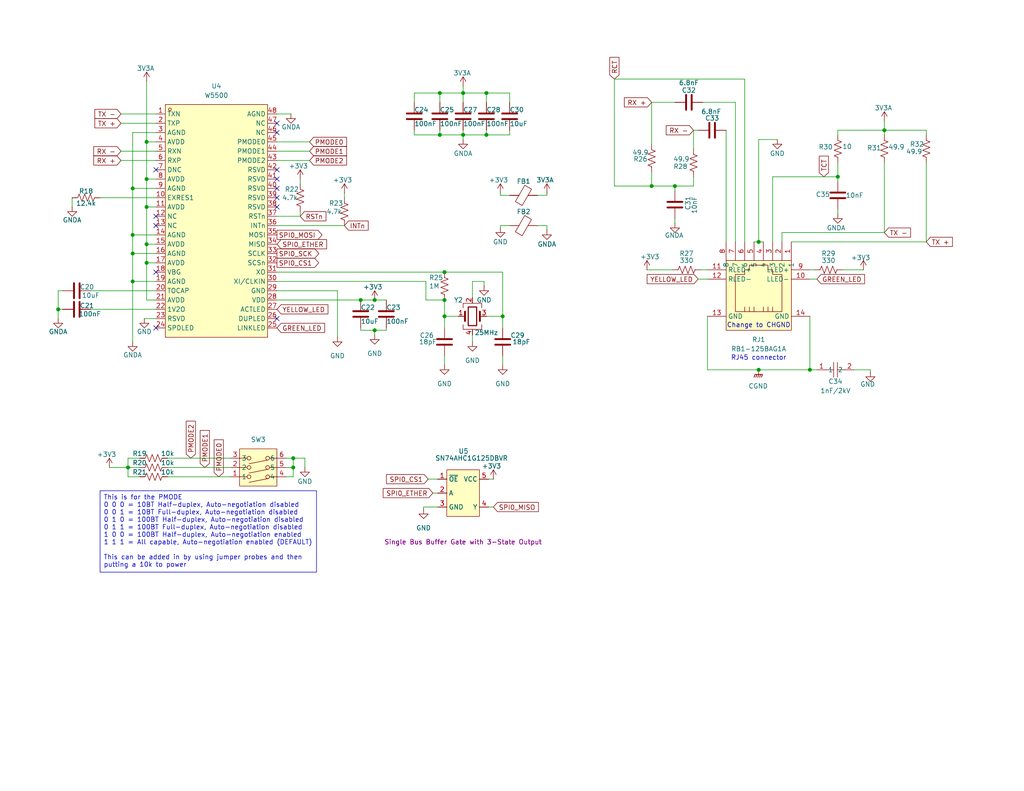
<source format=kicad_sch>
(kicad_sch (version 20250114) (generator "eeschema") (generator_version "9.0")
  (paper "USLetter")
  (title_block (date "2025-04-01") (rev "1") (company "Bronco Space") (comment 1 "SCALES") (comment 2 "By John Pollak"))
  (lib_symbols
    (symbol "Device:C" (pin_numbers (hide yes)) (pin_names (offset 0.254))
      (property "Reference" "C" (at 0.635 2.54 0))
      (property "Value" "C" (at 0.635 -2.54 0))
      (symbol "C_0_1"
        (polyline (pts (xy -2.032 0.762) (xy 2.032 0.762)) (stroke (width 0.508)))
        (polyline (pts (xy -2.032 -0.762) (xy 2.032 -0.762)) (stroke (width 0.508)))
      )
      (symbol "C_1_1"
        (pin passive line (at 0 3.81 270) (length 2.794) (name "~") (number "1"))
        (pin passive line (at 0 -3.81 90) (length 2.794) (name "~") (number "2"))
      )
    )
    (symbol "Device:Crystal_GND24" (pin_names (offset 1.016) (hide yes))
      (property "Reference" "Y" (at 3.175 5.08 0))
      (property "Value" "Crystal_GND24" (at 3.175 3.175 0))
      (symbol "Crystal_GND24_0_1"
        (polyline (pts (xy -2.54 2.286) (xy -2.54 3.556) (xy 2.54 3.556) (xy 2.54 2.286)))
        (polyline (pts (xy -2.54 0) (xy -2.032 0)))
        (polyline (pts (xy -2.54 -2.286) (xy -2.54 -3.556) (xy 2.54 -3.556) (xy 2.54 -2.286)))
        (polyline (pts (xy -2.032 -1.27) (xy -2.032 1.27)) (stroke (width 0.508)))
        (rectangle (start -1.143 2.54) (end 1.143 -2.54) (stroke (width 0.3048)))
        (polyline (pts (xy 0 3.556) (xy 0 3.81)))
        (polyline (pts (xy 0 -3.81) (xy 0 -3.556)))
        (polyline (pts (xy 2.032 0) (xy 2.54 0)))
        (polyline (pts (xy 2.032 -1.27) (xy 2.032 1.27)) (stroke (width 0.508)))
      )
      (symbol "Crystal_GND24_1_1"
        (pin passive line (at -3.81 0 0) (length 1.27) (name "1") (number "1"))
        (pin passive line (at 0 5.08 270) (length 1.27) (name "2") (number "2"))
        (pin passive line (at 0 -5.08 90) (length 1.27) (name "4") (number "4"))
        (pin passive line (at 3.81 0 180) (length 1.27) (name "3") (number "3"))
      )
    )
    (symbol "Device:FerriteBead" (pin_numbers (hide yes)) (pin_names (offset 0))
      (property "Reference" "FB" (at -3.81 0.635 90))
      (property "Value" "FerriteBead" (at 3.81 0 90))
      (symbol "FerriteBead_0_1"
        (polyline (pts (xy -2.7686 0.4064) (xy -1.7018 2.2606) (xy 2.7686 -0.3048) (xy 1.6764 -2.159) (xy -2.7686 0.4064)))
        (polyline (pts (xy 0 1.27) (xy 0 1.2954)))
        (polyline (pts (xy 0 -1.27) (xy 0 -1.2192)))
      )
      (symbol "FerriteBead_1_1"
        (pin passive line (at 0 3.81 270) (length 2.54) (name "~") (number "1"))
        (pin passive line (at 0 -3.81 90) (length 2.54) (name "~") (number "2"))
      )
    )
    (symbol "Device:R_US" (pin_numbers (hide yes)) (pin_names (offset 0))
      (property "Reference" "R" (at 2.54 0 90))
      (property "Value" "R_US" (at -2.54 0 90))
      (symbol "R_US_0_1"
        (polyline (pts (xy 0 2.286) (xy 0 2.54)))
        (polyline (pts (xy 0 2.286) (xy 1.016 1.905) (xy 0 1.524) (xy -1.016 1.143) (xy 0 0.762)))
        (polyline (pts (xy 0 0.762) (xy 1.016 0.381) (xy 0 0) (xy -1.016 -0.381) (xy 0 -0.762)))
        (polyline (pts (xy 0 -0.762) (xy 1.016 -1.143) (xy 0 -1.524) (xy -1.016 -1.905) (xy 0 -2.286)))
        (polyline (pts (xy 0 -2.286) (xy 0 -2.54)))
      )
      (symbol "R_US_1_1"
        (pin passive line (at 0 3.81 270) (length 1.27) (name "~") (number "1"))
        (pin passive line (at 0 -3.81 90) (length 1.27) (name "~") (number "2"))
      )
    )
    (symbol "SCALES:3_Pin_Dip_Switch_DSWB03LHGET_C25503178"
      (property "Reference" "SW" (at -7.366 0 0))
      (property "Value" "3_Pin_Dip_Switch_DSWB03LHGET_C25503178" (at 0 -18.542 0))
      (symbol "3_Pin_Dip_Switch_DSWB03LHGET_C25503178_0_1"
        (rectangle (start -5.08 5.08) (end 5.08 -5.08) (fill (type background)))
        (polyline (pts (xy -3.05 -2.54) (xy -4.06 2.54)))
        (polyline (pts (xy -2.54 3.05) (xy -2.54 5.08)))
        (circle (center -2.54 2.54) (radius 0.51))
        (circle (center -2.54 -2.54) (radius 0.51))
        (polyline (pts (xy -2.54 -3.05) (xy -2.54 -5.08)))
        (polyline (pts (xy -0.51 -2.54) (xy -1.52 2.54)))
        (polyline (pts (xy 0 3.05) (xy 0 5.08)))
        (circle (center 0 2.54) (radius 0.51))
        (circle (center 0 -2.54) (radius 0.51))
        (polyline (pts (xy 0 -3.05) (xy 0 -5.08)))
        (polyline (pts (xy 2.03 -2.54) (xy 1.02 2.54)))
        (polyline (pts (xy 2.54 3.05) (xy 2.54 5.08)))
        (circle (center 2.54 2.54) (radius 0.51))
        (circle (center 2.54 -2.54) (radius 0.51))
        (polyline (pts (xy 2.54 -3.05) (xy 2.54 -5.08)))
        (pin unspecified line (at -2.54 7.62 270) (length 2.54) (name "1") (number "1"))
        (pin unspecified line (at -2.54 -7.62 90) (length 2.54) (name "4") (number "4"))
        (pin unspecified line (at 0 7.62 270) (length 2.54) (name "2") (number "2"))
        (pin unspecified line (at 0 -7.62 90) (length 2.54) (name "5") (number "5"))
        (pin unspecified line (at 2.54 7.62 270) (length 2.54) (name "3") (number "3"))
        (pin unspecified line (at 2.54 -7.62 90) (length 2.54) (name "6") (number "6"))
      )
    )
    (symbol "SCALES:FV32N102J202EFG"
      (property "Reference" "C" (at 0 5.08 0))
      (property "Value" "1nF/2kV" (at 0 -5.08 0))
      (symbol "FV32N102J202EFG_0_1"
        (polyline (pts (xy -0.51 0) (xy -2.54 0)))
        (polyline (pts (xy -0.51 -2.03) (xy -0.51 2.03)))
        (polyline (pts (xy 0.51 2.03) (xy 0.51 -2.03)))
        (polyline (pts (xy 2.54 0) (xy 0.51 0)))
        (pin unspecified line (at -5.08 0 0) (length 2.54) (name "1") (number "1"))
        (pin unspecified line (at 5.08 0 180) (length 2.54) (name "2") (number "2"))
      )
    )
    (symbol "SCALES:SN74AHC1G125DBVR"
      (property "Reference" "U" (at 0.254 7.62 0))
      (property "Value" "SN74AHC1G125DBVR" (at 0 -10.16 0))
      (symbol "SN74AHC1G125DBVR_0_1"
        (rectangle (start -3.81 6.35) (end 5.08 -6.35) (fill (type background)))
        (pin unspecified line (at -6.35 0 0) (length 2.54) (name "A") (number "2"))
        (pin unspecified line (at -6.35 -3.81 0) (length 2.54) (name "GND") (number "3"))
        (pin unspecified line (at 7.62 3.81 180) (length 2.54) (name "VCC") (number "5"))
        (pin unspecified line (at 7.62 -3.81 180) (length 2.54) (name "Y") (number "4"))
      )
      (symbol "SN74AHC1G125DBVR_1_1"
        (pin unspecified line (at -6.35 3.81 0) (length 2.54) (name "~{OE}") (number "1"))
      )
    )
    (symbol "easyeda2kicad:RB1-125BAG1A"
      (property "Reference" "RJ" (at 0 12.7 0))
      (property "Value" "RB1-125BAG1A" (at 0 -17.78 0))
      (symbol "RB1-125BAG1A_0_1"
        (rectangle (start -7.62 11.43) (end 10.16 -7.62) (fill (type background)))
        (polyline (pts (xy -2.54 6.35) (xy -2.54 5.08) (xy -2.54 5.08)))
        (polyline (pts (xy -1.27 6.35) (xy -1.27 5.08) (xy -1.27 5.08)))
        (polyline (pts (xy 0 6.35) (xy 0 5.08) (xy 0 5.08)))
        (polyline (pts (xy 2.54 6.35) (xy 2.54 5.08) (xy 2.54 5.08)))
        (polyline (pts (xy 3.81 6.35) (xy 3.81 5.08) (xy 3.81 5.08)))
        (polyline (pts (xy 5.08 6.35) (xy 5.08 5.08) (xy 5.08 5.08)))
        (polyline (pts (xy 7.62 6.35) (xy -5.08 6.35) (xy -5.08 -3.81) (xy -2.54 -3.81) (xy -2.54 -5.08) (xy -1.27 -5.08) (xy -1.27 -5.08) (xy -1.27 -6.35) (xy 3.81 -6.35) (xy 3.81 -5.08) (xy 5.08 -5.08) (xy 5.08 -3.81) (xy 7.62 -3.81) (xy 7.62 6.35) (xy 7.62 5.08)))
        (pin unspecified line (at -12.7 7.62 0) (length 5.08) (name "GND") (number "14"))
        (pin unspecified line (at -12.7 -2.54 0) (length 5.08) (name "LLED-") (number "10"))
        (pin unspecified line (at -12.7 -5.08 0) (length 5.08) (name "LLED+") (number "9"))
        (pin unspecified line (at -7.62 -12.7 90) (length 5.08) (name "1") (number "1"))
        (pin unspecified line (at -5.08 -12.7 90) (length 5.08) (name "2") (number "2"))
        (pin unspecified line (at -2.54 -12.7 90) (length 5.08) (name "3") (number "3"))
        (pin unspecified line (at 0 -12.7 90) (length 5.08) (name "4") (number "4"))
        (pin unspecified line (at 2.54 -12.7 90) (length 5.08) (name "5") (number "5"))
        (pin unspecified line (at 5.08 -12.7 90) (length 5.08) (name "6") (number "6"))
        (pin unspecified line (at 7.62 -12.7 90) (length 5.08) (name "7") (number "7"))
        (pin unspecified line (at 10.16 -12.7 90) (length 5.08) (name "8") (number "8"))
        (pin unspecified line (at 15.24 7.62 180) (length 5.08) (name "GND") (number "13"))
        (pin unspecified line (at 15.24 -2.54 180) (length 5.08) (name "RLED-") (number "12"))
        (pin unspecified line (at 15.24 -5.08 180) (length 5.08) (name "RLED+") (number "11"))
      )
    )
    (symbol "easyeda2kicad:W5500"
      (property "Reference" "U" (at 0 34.29 0))
      (property "Value" "W5500" (at 0 -34.29 0))
      (symbol "W5500_0_1"
        (rectangle (start -13.97 31.75) (end 13.97 -31.75) (fill (type background)))
        (circle (center -12.7 30.48) (radius 0.38))
        (pin unspecified line (at -16.51 29.21 0) (length 2.54) (name "TXN") (number "1"))
        (pin unspecified line (at -16.51 26.67 0) (length 2.54) (name "TXP") (number "2"))
        (pin unspecified line (at -16.51 24.13 0) (length 2.54) (name "AGND") (number "3"))
        (pin unspecified line (at -16.51 21.59 0) (length 2.54) (name "AVDD") (number "4"))
        (pin unspecified line (at -16.51 19.05 0) (length 2.54) (name "RXN") (number "5"))
        (pin unspecified line (at -16.51 16.51 0) (length 2.54) (name "RXP") (number "6"))
        (pin unspecified line (at -16.51 13.97 0) (length 2.54) (name "DNC") (number "7"))
        (pin unspecified line (at -16.51 11.43 0) (length 2.54) (name "AVDD") (number "8"))
        (pin unspecified line (at -16.51 8.89 0) (length 2.54) (name "AGND") (number "9"))
        (pin unspecified line (at -16.51 6.35 0) (length 2.54) (name "EXRES1") (number "10"))
        (pin unspecified line (at -16.51 3.81 0) (length 2.54) (name "AVDD") (number "11"))
        (pin unspecified line (at -16.51 1.27 0) (length 2.54) (name "NC") (number "12"))
        (pin unspecified line (at -16.51 -1.27 0) (length 2.54) (name "NC") (number "13"))
        (pin unspecified line (at -16.51 -3.81 0) (length 2.54) (name "AGND") (number "14"))
        (pin unspecified line (at -16.51 -6.35 0) (length 2.54) (name "AVDD") (number "15"))
        (pin unspecified line (at -16.51 -8.89 0) (length 2.54) (name "AGND") (number "16"))
        (pin unspecified line (at -16.51 -11.43 0) (length 2.54) (name "AVDD") (number "17"))
        (pin unspecified line (at -16.51 -13.97 0) (length 2.54) (name "VBG") (number "18"))
        (pin unspecified line (at -16.51 -16.51 0) (length 2.54) (name "AGND") (number "19"))
        (pin unspecified line (at -16.51 -19.05 0) (length 2.54) (name "TOCAP") (number "20"))
        (pin unspecified line (at -16.51 -21.59 0) (length 2.54) (name "AVDD") (number "21"))
        (pin unspecified line (at -16.51 -24.13 0) (length 2.54) (name "1V2O") (number "22"))
        (pin unspecified line (at -16.51 -26.67 0) (length 2.54) (name "RSVD") (number "23"))
        (pin unspecified line (at -16.51 -29.21 0) (length 2.54) (name "SPDLED") (number "24"))
        (pin unspecified line (at 16.51 29.21 180) (length 2.54) (name "AGND") (number "48"))
        (pin unspecified line (at 16.51 26.67 180) (length 2.54) (name "NC") (number "47"))
        (pin unspecified line (at 16.51 24.13 180) (length 2.54) (name "NC") (number "46"))
        (pin unspecified line (at 16.51 21.59 180) (length 2.54) (name "PMODE0") (number "45"))
        (pin unspecified line (at 16.51 19.05 180) (length 2.54) (name "PMODE1") (number "44"))
        (pin unspecified line (at 16.51 16.51 180) (length 2.54) (name "PMODE2") (number "43"))
        (pin unspecified line (at 16.51 13.97 180) (length 2.54) (name "RSVD") (number "42"))
        (pin unspecified line (at 16.51 11.43 180) (length 2.54) (name "RSVD") (number "41"))
        (pin unspecified line (at 16.51 8.89 180) (length 2.54) (name "RSVD") (number "40"))
        (pin unspecified line (at 16.51 6.35 180) (length 2.54) (name "RSVD") (number "39"))
        (pin unspecified line (at 16.51 3.81 180) (length 2.54) (name "RSVD") (number "38"))
        (pin unspecified line (at 16.51 1.27 180) (length 2.54) (name "RSTn") (number "37"))
        (pin unspecified line (at 16.51 -1.27 180) (length 2.54) (name "INTn") (number "36"))
        (pin unspecified line (at 16.51 -3.81 180) (length 2.54) (name "MOSI") (number "35"))
        (pin unspecified line (at 16.51 -6.35 180) (length 2.54) (name "MISO") (number "34"))
        (pin unspecified line (at 16.51 -8.89 180) (length 2.54) (name "SCLK") (number "33"))
        (pin unspecified line (at 16.51 -11.43 180) (length 2.54) (name "SCSn") (number "32"))
        (pin unspecified line (at 16.51 -13.97 180) (length 2.54) (name "XO") (number "31"))
        (pin unspecified line (at 16.51 -16.51 180) (length 2.54) (name "XI/CLKIN") (number "30"))
        (pin unspecified line (at 16.51 -19.05 180) (length 2.54) (name "GND") (number "29"))
        (pin unspecified line (at 16.51 -21.59 180) (length 2.54) (name "VDD") (number "28"))
        (pin unspecified line (at 16.51 -24.13 180) (length 2.54) (name "ACTLED") (number "27"))
        (pin unspecified line (at 16.51 -26.67 180) (length 2.54) (name "DUPLED") (number "26"))
        (pin unspecified line (at 16.51 -29.21 180) (length 2.54) (name "LINKLED") (number "25"))
      )
    )
    (symbol "power:+3V3" (power) (pin_numbers (hide yes)) (pin_names (offset 0) (hide yes))
      (property "Value" "+3V3" (at 0 3.556 0))
      (symbol "+3V3_0_1"
        (polyline (pts (xy -0.762 1.27) (xy 0 2.54)))
        (polyline (pts (xy 0 2.54) (xy 0.762 1.27)))
        (polyline (pts (xy 0 0) (xy 0 2.54)))
      )
      (symbol "+3V3_1_1"
        (pin power_in line (at 0 0 90) (length 0) (name "~") (number "1"))
      )
    )
    (symbol "power:GND" (power) (pin_numbers (hide yes)) (pin_names (offset 0) (hide yes))
      (property "Value" "GND" (at 0 -3.81 0))
      (symbol "GND_0_1"
        (polyline (pts (xy 0 0) (xy 0 -1.27) (xy 1.27 -1.27) (xy 0 -2.54) (xy -1.27 -1.27) (xy 0 -1.27)))
      )
      (symbol "GND_1_1"
        (pin power_in line (at 0 0 270) (length 0) (name "~") (number "1"))
      )
    )
    (symbol "power:GNDPWR" (power) (pin_numbers (hide yes)) (pin_names (offset 0) (hide yes))
      (property "Value" "GNDPWR" (at 0 -3.302 0))
      (symbol "GNDPWR_0_1"
        (polyline (pts (xy -1.016 -1.27) (xy -1.27 -2.032) (xy -1.27 -2.032)) (stroke (width 0.2032)))
        (polyline (pts (xy -0.508 -1.27) (xy -0.762 -2.032) (xy -0.762 -2.032)) (stroke (width 0.2032)))
        (polyline (pts (xy 0 -1.27) (xy 0 0)))
        (polyline (pts (xy 0 -1.27) (xy -0.254 -2.032) (xy -0.254 -2.032)) (stroke (width 0.2032)))
        (polyline (pts (xy 0.508 -1.27) (xy 0.254 -2.032) (xy 0.254 -2.032)) (stroke (width 0.2032)))
        (polyline (pts (xy 1.016 -1.27) (xy -1.016 -1.27) (xy -1.016 -1.27)) (stroke (width 0.2032)))
        (polyline (pts (xy 1.016 -1.27) (xy 0.762 -2.032) (xy 0.762 -2.032) (xy 0.762 -2.032)) (stroke (width 0.2032)))
      )
      (symbol "GNDPWR_1_1"
        (pin power_in line (at 0 0 270) (length 0) (name "~") (number "1"))
      )
    )
    (symbol "power:VPP" (power) (pin_numbers (hide yes)) (pin_names (offset 0) (hide yes))
      (property "Value" "VPP" (at 0 3.556 0))
      (symbol "VPP_0_1"
        (polyline (pts (xy -0.762 1.27) (xy 0 2.54)))
        (polyline (pts (xy 0 2.54) (xy 0.762 1.27)))
        (polyline (pts (xy 0 0) (xy 0 2.54)))
      )
      (symbol "VPP_1_1"
        (pin power_in line (at 0 0 90) (length 0) (name "~") (number "1"))
      )
    )
  )
  (text "Change to CHGND\n" (at 207.01 88.9 0) (effects (font (size 1.27 1.27))))
  (text "RJ45 connector" (at 207.01 97.79 0) (effects (font (size 1.27 1.27))))
  (text_box "This is for the PMODE\n0 0 0 = 10BT Half-duplex, Auto-negotiation disabled\n0 0 1 = 10BT Full-duplex, Auto-negotiation disabled\n0 1 0 = 100BT Half-duplex, Auto-negotiation disabled\n0 1 1 = 100BT Full-duplex, Auto-negotiation disabled\n1 0 0 = 100BT Half-duplex, Auto-negotiation enabled\n1 1 1 = All capable, Auto-negotiation enabled (DEFAULT)\n\nThis can be added in by using jumper probes and then putting a 10k to power" (at 27.305 133.985 0) (size 59.055 22.225) (margins 0.9525 0.9525 0.9525 0.9525) (effects (font (size 1.27 1.27)) (justify left top)))
  (junction (at 137.16 86.36))
  (junction (at 207.01 66.04))
  (junction (at 228.6 48.26))
  (junction (at 241.3 35.56))
  (junction (at 120.015 36.83))
  (junction (at 120.015 25.4))
  (junction (at 40.005 71.755))
  (junction (at 121.285 81.915))
  (junction (at 36.195 51.435))
  (junction (at 132.715 36.83))
  (junction (at 220.98 100.965))
  (junction (at 40.005 66.675))
  (junction (at 121.285 74.295))
  (junction (at 102.235 90.17))
  (junction (at 36.195 64.135))
  (junction (at 15.875 84.455))
  (junction (at 34.925 127.635))
  (junction (at 126.365 25.4))
  (junction (at 40.005 56.515))
  (junction (at 80.01 125.095))
  (junction (at 121.285 86.36))
  (junction (at 132.715 25.4))
  (junction (at 36.195 69.215))
  (junction (at 40.005 48.895))
  (junction (at 98.425 81.915))
  (junction (at 36.195 76.835))
  (junction (at 126.365 36.83))
  (junction (at 184.15 50.8))
  (junction (at 102.235 81.915))
  (junction (at 207.01 100.965))
  (junction (at 177.8 50.8))
  (junction (at 80.01 127.635))
  (junction (at 40.005 38.735))
  (no_connect (at 75.565 51.435))
  (no_connect (at 75.565 56.515))
  (no_connect (at 75.565 86.995))
  (no_connect (at 42.545 61.595))
  (no_connect (at 42.545 89.535))
  (no_connect (at 75.565 53.975))
  (no_connect (at 42.545 59.055))
  (no_connect (at 75.565 33.655))
  (no_connect (at 75.565 46.355))
  (no_connect (at 42.545 46.355))
  (no_connect (at 75.565 48.895))
  (no_connect (at 75.565 36.195))
  (no_connect (at 42.545 74.295))
  (wire (pts (xy 121.285 99.695) (xy 121.285 97.155)))
  (wire (pts (xy 126.365 23.495) (xy 126.365 25.4)))
  (wire (pts (xy 177.8 27.94) (xy 177.8 39.37)))
  (wire (pts (xy 125.095 86.36) (xy 121.285 86.36)))
  (wire (pts (xy 105.41 90.17) (xy 105.41 89.535)))
  (wire (pts (xy 42.545 81.915) (xy 40.005 81.915)))
  (wire (pts (xy 34.925 127.635) (xy 34.925 130.175)))
  (wire (pts (xy 75.565 31.115) (xy 79.375 31.115)))
  (wire (pts (xy 120.015 36.83) (xy 120.015 35.56)))
  (wire (pts (xy 42.545 56.515) (xy 40.005 56.515)))
  (wire (pts (xy 120.015 25.4) (xy 126.365 25.4)))
  (wire (pts (xy 134.62 138.43) (xy 133.35 138.43)))
  (wire (pts (xy 36.195 51.435) (xy 36.195 64.135)))
  (wire (pts (xy 84.455 41.275) (xy 75.565 41.275)))
  (wire (pts (xy 39.37 86.995) (xy 42.545 86.995)))
  (wire (pts (xy 80.01 125.095) (xy 83.185 125.095)))
  (wire (pts (xy 45.72 130.175) (xy 62.865 130.175)))
  (wire (pts (xy 116.84 130.81) (xy 119.38 130.81)))
  (wire (pts (xy 213.36 63.5) (xy 241.3 63.5)))
  (wire (pts (xy 33.02 33.655) (xy 42.545 33.655)))
  (wire (pts (xy 42.545 69.215) (xy 36.195 69.215)))
  (wire (pts (xy 84.455 38.735) (xy 75.565 38.735)))
  (wire (pts (xy 252.73 66.04) (xy 215.9 66.04)))
  (wire (pts (xy 40.005 66.675) (xy 40.005 56.515)))
  (wire (pts (xy 203.2 66.04) (xy 203.2 21.59)))
  (wire (pts (xy 98.425 81.915) (xy 102.235 81.915)))
  (wire (pts (xy 42.545 66.675) (xy 40.005 66.675)))
  (wire (pts (xy 189.23 50.8) (xy 189.23 48.26)))
  (wire (pts (xy 132.715 36.83) (xy 139.065 36.83)))
  (wire (pts (xy 15.875 84.455) (xy 17.145 84.455)))
  (wire (pts (xy 27.305 53.975) (xy 42.545 53.975)))
  (wire (pts (xy 132.715 27.94) (xy 132.715 25.4)))
  (wire (pts (xy 80.01 127.635) (xy 80.01 130.175)))
  (wire (pts (xy 167.64 50.8) (xy 177.8 50.8)))
  (wire (pts (xy 203.2 21.59) (xy 167.64 21.59)))
  (wire (pts (xy 189.23 35.56) (xy 189.23 40.64)))
  (wire (pts (xy 222.25 73.66) (xy 220.98 73.66)))
  (wire (pts (xy 42.545 76.835) (xy 36.195 76.835)))
  (wire (pts (xy 81.915 48.895) (xy 81.915 50.165)))
  (wire (pts (xy 40.005 22.225) (xy 40.005 38.735)))
  (wire (pts (xy 45.72 127.635) (xy 62.865 127.635)))
  (wire (pts (xy 228.6 35.56) (xy 241.3 35.56)))
  (wire (pts (xy 184.15 50.8) (xy 177.8 50.8)))
  (wire (pts (xy 121.285 86.36) (xy 121.285 89.535)))
  (wire (pts (xy 207.01 100.965) (xy 220.98 100.965)))
  (wire (pts (xy 167.64 21.59) (xy 167.64 50.8)))
  (wire (pts (xy 126.365 25.4) (xy 132.715 25.4)))
  (wire (pts (xy 241.3 35.56) (xy 241.3 36.83)))
  (wire (pts (xy 184.15 59.69) (xy 184.15 60.96)))
  (wire (pts (xy 40.005 66.675) (xy 40.005 71.755)))
  (wire (pts (xy 139.065 61.595) (xy 136.525 61.595)))
  (wire (pts (xy 237.49 100.965) (xy 237.49 101.6)))
  (wire (pts (xy 207.01 38.1) (xy 207.01 66.04)))
  (wire (pts (xy 121.285 74.295) (xy 137.16 74.295)))
  (wire (pts (xy 34.925 125.095) (xy 34.925 127.635)))
  (wire (pts (xy 137.16 86.36) (xy 132.715 86.36)))
  (wire (pts (xy 193.04 86.36) (xy 193.04 100.965)))
  (wire (pts (xy 42.545 48.895) (xy 40.005 48.895)))
  (wire (pts (xy 45.72 125.095) (xy 62.865 125.095)))
  (wire (pts (xy 126.365 38.1) (xy 126.365 36.83)))
  (wire (pts (xy 220.98 100.965) (xy 220.98 86.36)))
  (wire (pts (xy 115.57 138.43) (xy 115.57 139.065)))
  (wire (pts (xy 40.005 48.895) (xy 40.005 38.735)))
  (wire (pts (xy 191.77 27.94) (xy 200.66 27.94)))
  (wire (pts (xy 116.205 81.915) (xy 121.285 81.915)))
  (wire (pts (xy 81.915 59.055) (xy 75.565 59.055)))
  (wire (pts (xy 33.02 43.815) (xy 42.545 43.815)))
  (wire (pts (xy 189.23 35.56) (xy 190.5 35.56)))
  (wire (pts (xy 228.6 44.45) (xy 228.6 48.26)))
  (wire (pts (xy 75.565 79.375) (xy 92.075 79.375)))
  (wire (pts (xy 42.545 51.435) (xy 36.195 51.435)))
  (wire (pts (xy 92.075 79.375) (xy 92.075 92.075)))
  (wire (pts (xy 78.105 125.095) (xy 80.01 125.095)))
  (wire (pts (xy 38.1 125.095) (xy 34.925 125.095)))
  (wire (pts (xy 34.925 127.635) (xy 38.1 127.635)))
  (wire (pts (xy 222.885 76.2) (xy 220.98 76.2)))
  (wire (pts (xy 241.3 44.45) (xy 241.3 63.5)))
  (wire (pts (xy 137.16 86.36) (xy 137.16 89.535)))
  (wire (pts (xy 81.915 57.785) (xy 81.915 59.055)))
  (wire (pts (xy 191.135 73.66) (xy 193.04 73.66)))
  (wire (pts (xy 102.235 90.17) (xy 105.41 90.17)))
  (wire (pts (xy 40.005 56.515) (xy 40.005 48.895)))
  (wire (pts (xy 36.195 64.135) (xy 36.195 69.215)))
  (wire (pts (xy 40.005 38.735) (xy 42.545 38.735)))
  (wire (pts (xy 134.62 130.81) (xy 133.35 130.81)))
  (wire (pts (xy 36.195 36.195) (xy 36.195 51.435)))
  (wire (pts (xy 120.015 25.4) (xy 120.015 27.94)))
  (wire (pts (xy 200.66 27.94) (xy 200.66 66.04)))
  (wire (pts (xy 102.235 91.44) (xy 102.235 90.17)))
  (wire (pts (xy 190.5 76.2) (xy 193.04 76.2)))
  (wire (pts (xy 78.105 127.635) (xy 80.01 127.635)))
  (wire (pts (xy 42.545 36.195) (xy 36.195 36.195)))
  (wire (pts (xy 132.715 35.56) (xy 132.715 36.83)))
  (wire (pts (xy 184.15 50.8) (xy 184.15 52.07)))
  (wire (pts (xy 205.74 66.04) (xy 207.01 66.04)))
  (wire (pts (xy 102.235 81.915) (xy 105.41 81.915)))
  (wire (pts (xy 137.16 97.155) (xy 137.16 99.695)))
  (wire (pts (xy 98.425 90.17) (xy 102.235 90.17)))
  (wire (pts (xy 113.03 36.83) (xy 120.015 36.83)))
  (wire (pts (xy 228.6 49.53) (xy 228.6 48.26)))
  (wire (pts (xy 113.03 27.94) (xy 113.03 25.4)))
  (wire (pts (xy 128.905 91.44) (xy 128.905 93.345)))
  (wire (pts (xy 132.08 76.835) (xy 132.08 78.105)))
  (wire (pts (xy 149.225 53.34) (xy 149.225 52.705)))
  (wire (pts (xy 113.03 25.4) (xy 120.015 25.4)))
  (wire (pts (xy 210.82 66.04) (xy 210.82 48.26)))
  (wire (pts (xy 17.145 79.375) (xy 15.875 79.375)))
  (wire (pts (xy 252.73 66.04) (xy 252.73 44.45)))
  (wire (pts (xy 189.23 50.8) (xy 184.15 50.8)))
  (wire (pts (xy 83.185 125.095) (xy 83.185 127.635)))
  (wire (pts (xy 38.1 130.175) (xy 34.925 130.175)))
  (wire (pts (xy 146.685 53.34) (xy 149.225 53.34)))
  (wire (pts (xy 78.105 130.175) (xy 80.01 130.175)))
  (wire (pts (xy 119.38 138.43) (xy 115.57 138.43)))
  (wire (pts (xy 136.525 61.595) (xy 136.525 62.23)))
  (wire (pts (xy 24.765 84.455) (xy 42.545 84.455)))
  (wire (pts (xy 29.845 127.635) (xy 34.925 127.635)))
  (wire (pts (xy 228.6 58.42) (xy 228.6 57.15)))
  (wire (pts (xy 126.365 36.83) (xy 126.365 35.56)))
  (wire (pts (xy 15.875 79.375) (xy 15.875 84.455)))
  (wire (pts (xy 132.715 25.4) (xy 139.065 25.4)))
  (wire (pts (xy 75.565 81.915) (xy 98.425 81.915)))
  (wire (pts (xy 241.3 35.56) (xy 241.3 33.02)))
  (wire (pts (xy 36.195 64.135) (xy 42.545 64.135)))
  (wire (pts (xy 146.685 61.595) (xy 149.225 61.595)))
  (wire (pts (xy 36.195 76.835) (xy 36.195 93.345)))
  (wire (pts (xy 193.04 100.965) (xy 207.01 100.965)))
  (wire (pts (xy 252.73 35.56) (xy 241.3 35.56)))
  (wire (pts (xy 126.365 27.94) (xy 126.365 25.4)))
  (wire (pts (xy 252.73 36.83) (xy 252.73 35.56)))
  (wire (pts (xy 75.565 74.295) (xy 121.285 74.295)))
  (wire (pts (xy 228.6 36.83) (xy 228.6 35.56)))
  (wire (pts (xy 93.98 52.705) (xy 93.98 53.975)))
  (wire (pts (xy 220.98 100.965) (xy 222.885 100.965)))
  (wire (pts (xy 121.285 81.915) (xy 121.285 86.36)))
  (wire (pts (xy 24.765 79.375) (xy 42.545 79.375)))
  (wire (pts (xy 84.455 43.815) (xy 75.565 43.815)))
  (wire (pts (xy 40.005 71.755) (xy 40.005 81.915)))
  (wire (pts (xy 120.015 36.83) (xy 126.365 36.83)))
  (wire (pts (xy 15.875 84.455) (xy 15.875 86.995)))
  (wire (pts (xy 126.365 36.83) (xy 132.715 36.83)))
  (wire (pts (xy 136.525 53.34) (xy 139.065 53.34)))
  (wire (pts (xy 233.045 100.965) (xy 237.49 100.965)))
  (wire (pts (xy 36.195 69.215) (xy 36.195 76.835)))
  (wire (pts (xy 75.565 76.835) (xy 116.205 76.835)))
  (wire (pts (xy 98.425 89.535) (xy 98.425 90.17)))
  (wire (pts (xy 33.02 41.275) (xy 42.545 41.275)))
  (wire (pts (xy 149.225 61.595) (xy 149.225 62.865)))
  (wire (pts (xy 136.525 52.705) (xy 136.525 53.34)))
  (wire (pts (xy 80.01 125.095) (xy 80.01 127.635)))
  (wire (pts (xy 207.01 38.1) (xy 212.09 38.1)))
  (wire (pts (xy 213.36 63.5) (xy 213.36 66.04)))
  (wire (pts (xy 118.11 134.62) (xy 119.38 134.62)))
  (wire (pts (xy 42.545 71.755) (xy 40.005 71.755)))
  (wire (pts (xy 128.905 81.28) (xy 128.905 76.835)))
  (wire (pts (xy 177.8 50.8) (xy 177.8 46.99)))
  (wire (pts (xy 137.16 74.295) (xy 137.16 86.36)))
  (wire (pts (xy 184.15 27.94) (xy 177.8 27.94)))
  (wire (pts (xy 139.065 36.83) (xy 139.065 35.56)))
  (wire (pts (xy 207.01 66.04) (xy 208.28 66.04)))
  (wire (pts (xy 116.205 76.835) (xy 116.205 81.915)))
  (wire (pts (xy 75.565 61.595) (xy 93.98 61.595)))
  (wire (pts (xy 176.53 73.66) (xy 183.515 73.66)))
  (wire (pts (xy 19.685 53.975) (xy 19.685 56.515)))
  (wire (pts (xy 198.12 66.04) (xy 198.12 35.56)))
  (wire (pts (xy 139.065 25.4) (xy 139.065 27.94)))
  (wire (pts (xy 210.82 48.26) (xy 228.6 48.26)))
  (wire (pts (xy 128.905 76.835) (xy 132.08 76.835)))
  (wire (pts (xy 33.02 31.115) (xy 42.545 31.115)))
  (wire (pts (xy 235.585 73.66) (xy 229.87 73.66)))
  (wire (pts (xy 113.03 35.56) (xy 113.03 36.83)))
  (global_label "TX -" (shape input) (at 241.3 63.5 0) (property "Intersheetrefs" "${INTERSHEET_REFS}" (effects (hide yes))) (property "Netclass" "DP_90R" (effects (hide yes))))
  (global_label "RSTn" (shape input) (at 81.915 59.055 0) (property "Intersheetrefs" "${INTERSHEET_REFS}" (effects (hide yes))))
  (global_label "PMODE2" (shape input) (at 52.07 125.095 90) (property "Intersheetrefs" "${INTERSHEET_REFS}" (effects (hide yes))))
  (global_label "PMODE1" (shape input) (at 55.88 127.635 90) (property "Intersheetrefs" "${INTERSHEET_REFS}" (effects (hide yes))))
  (global_label "SPI0_ETHER" (shape input) (at 75.565 66.675 0) (property "Intersheetrefs" "${INTERSHEET_REFS}" (effects (hide yes))))
  (global_label "PMODE0" (shape input) (at 84.455 38.735 0) (property "Intersheetrefs" "${INTERSHEET_REFS}" (effects (hide yes))))
  (global_label "GREEN_LED" (shape input) (at 75.565 89.535 0) (property "Intersheetrefs" "${INTERSHEET_REFS}" (effects (hide yes))))
  (global_label "TX -" (shape input) (at 33.02 31.115 180) (property "Intersheetrefs" "${INTERSHEET_REFS}" (effects (hide yes))))
  (global_label "YELLOW_LED" (shape input) (at 75.565 84.455 0) (property "Intersheetrefs" "${INTERSHEET_REFS}" (effects (hide yes))))
  (global_label "TX +" (shape input) (at 252.73 66.04 0) (property "Intersheetrefs" "${INTERSHEET_REFS}" (effects (hide yes))) (property "Netclass" "DP_90R" (effects (hide yes))))
  (global_label "RCT" (shape input) (at 167.64 21.59 90) (property "Intersheetrefs" "${INTERSHEET_REFS}" (effects (hide yes))))
  (global_label "GREEN_LED" (shape input) (at 222.885 76.2 0) (property "Intersheetrefs" "${INTERSHEET_REFS}" (effects (hide yes))))
  (global_label "RX -" (shape input) (at 189.23 35.56 180) (property "Intersheetrefs" "${INTERSHEET_REFS}" (effects (hide yes))) (property "Netclass" "DP_90R" (effects (hide yes))))
  (global_label "PMODE1" (shape input) (at 84.455 41.275 0) (property "Intersheetrefs" "${INTERSHEET_REFS}" (effects (hide yes))))
  (global_label "SPI0_CS1" (shape output) (at 75.565 71.755 0) (property "Intersheetrefs" "${INTERSHEET_REFS}" (effects (hide yes))))
  (global_label "RX +" (shape input) (at 33.02 43.815 180) (property "Intersheetrefs" "${INTERSHEET_REFS}" (effects (hide yes))))
  (global_label "PMODE0" (shape input) (at 59.69 130.175 90) (property "Intersheetrefs" "${INTERSHEET_REFS}" (effects (hide yes))))
  (global_label "TX +" (shape input) (at 33.02 33.655 180) (property "Intersheetrefs" "${INTERSHEET_REFS}" (effects (hide yes))))
  (global_label "INTn" (shape input) (at 93.98 61.595 0) (property "Intersheetrefs" "${INTERSHEET_REFS}" (effects (hide yes))))
  (global_label "SPI0_SCK" (shape output) (at 75.565 69.215 0) (property "Intersheetrefs" "${INTERSHEET_REFS}" (effects (hide yes))))
  (global_label "SPI0_ETHER" (shape input) (at 118.11 134.62 180) (property "Intersheetrefs" "${INTERSHEET_REFS}" (effects (hide yes))))
  (global_label "RX +" (shape input) (at 177.8 27.94 180) (property "Intersheetrefs" "${INTERSHEET_REFS}" (effects (hide yes))) (property "Netclass" "DP_90R" (effects (hide yes))))
  (global_label "RX -" (shape input) (at 33.02 41.275 180) (property "Intersheetrefs" "${INTERSHEET_REFS}" (effects (hide yes))))
  (global_label "SPI0_MOSI" (shape output) (at 75.565 64.135 0) (property "Intersheetrefs" "${INTERSHEET_REFS}" (effects (hide yes))))
  (global_label "TCT" (shape input) (at 224.79 48.26 90) (property "Intersheetrefs" "${INTERSHEET_REFS}" (effects (hide yes))))
  (global_label "SPI0_CS1" (shape input) (at 116.84 130.81 180) (property "Intersheetrefs" "${INTERSHEET_REFS}" (effects (hide yes))))
  (global_label "YELLOW_LED" (shape input) (at 190.5 76.2 180) (property "Intersheetrefs" "${INTERSHEET_REFS}" (effects (hide yes))))
  (global_label "PMODE2" (shape input) (at 84.455 43.815 0) (property "Intersheetrefs" "${INTERSHEET_REFS}" (effects (hide yes))))
  (global_label "SPI0_MISO" (shape input) (at 134.62 138.43 0) (property "Intersheetrefs" "${INTERSHEET_REFS}" (effects (hide yes))))
  (symbol (lib_id "Device:C") (at 20.955 84.455 270) (unit 1)
    (property "Reference" "C21" (at 23.749 83.439 90))
    (property "Value" "100nF" (at 24.511 85.725 90))
    (property "Footprint" "Capacitor_SMD:C_0603_1608Metric" (effects (hide yes)))
    (property "Description" "Unpolarized capacitor" (effects (hide yes)))
  )
  (symbol (lib_id "Device:R_US") (at 41.91 130.175 270) (unit 1)
    (property "Reference" "R21" (at 38.1 128.905 90))
    (property "Value" "10k" (at 45.72 128.905 90))
    (property "Footprint" "Resistor_SMD:R_0603_1608Metric" (effects (hide yes)))
    (property "Description" "Resistor, US symbol" (effects (hide yes)))
  )
  (symbol (lib_id "power:+3V3") (at 102.235 81.915 0) (unit 1)
    (property "Reference" "#PWR055" (effects (hide yes)))
    (property "Value" "+3V3" (at 101.727 78.359 0))
    (property "Description" "Power symbol creates a global label with name \"+3V3\"" (effects (hide yes)))
  )
  (symbol (lib_id "power:GND") (at 15.875 86.995 0) (unit 1)
    (property "Reference" "#PWR044" (effects (hide yes)))
    (property "Value" "GNDA" (at 15.875 90.551 0))
    (property "Description" "Power symbol creates a global label with name \"GND\" , ground" (effects (hide yes)))
  )
  (symbol (lib_id "Device:C") (at 20.955 79.375 270) (unit 1)
    (property "Reference" "C20" (at 23.749 78.359 90))
    (property "Value" "10uF" (at 24.765 80.645 90))
    (property "Footprint" "Capacitor_SMD:C_0603_1608Metric" (effects (hide yes)))
    (property "Description" "Unpolarized capacitor" (effects (hide yes)))
  )
  (symbol (lib_id "Device:R_US") (at 41.91 125.095 270) (unit 1)
    (property "Reference" "R19" (at 38.1 123.825 90))
    (property "Value" "10k" (at 45.72 123.825 90))
    (property "Footprint" "Resistor_SMD:R_0603_1608Metric" (effects (hide yes)))
    (property "Description" "Resistor, US symbol" (effects (hide yes)))
  )
  (symbol (lib_id "SCALES:SN74AHC1G125DBVR") (at 125.73 134.62 0) (unit 1)
    (property "Reference" "U5" (at 125.095 123.19 0) (effects (justify left)))
    (property "Value" "SN74AHC1G125DBVR" (at 118.745 125.095 0) (effects (justify left)))
    (property "Footprint" "SCALES:SOT-23-5_L3.0-W1.7-P0.95-LS2.8-BR" (effects (hide yes)))
    (property "Datasheet" "https://lcsc.com/product-detail/74-Series_TI_SN74AHC1G125DBVR_SN74AHC1G125DBVR_C7468.html" (effects (hide yes)))
    (property "Description" "Single Bus Buffer Gate with 3-State Output" (at 126.365 147.955 0))
    (property "LCSC Part" "C7468" (effects (hide yes)))
  )
  (symbol (lib_id "power:GND") (at 132.08 78.105 0) (unit 1)
    (property "Reference" "#PWR063" (effects (hide yes)))
    (property "Value" "GND" (at 132.08 81.915 0))
    (property "Description" "Power symbol creates a global label with name \"GND\" , ground" (effects (hide yes)))
  )
  (symbol (lib_id "Device:C") (at 132.715 31.75 180) (unit 1)
    (property "Reference" "C28" (at 132.715 29.972 0) (effects (justify right)))
    (property "Value" "100nF" (at 132.715 33.782 0) (effects (justify right)))
    (property "Footprint" "Capacitor_SMD:C_0603_1608Metric" (effects (hide yes)))
    (property "Description" "Unpolarized capacitor" (effects (hide yes)))
  )
  (symbol (lib_id "power:+3V3") (at 93.98 52.705 0) (unit 1)
    (property "Reference" "#PWR054" (effects (hide yes)))
    (property "Value" "+3V3" (at 93.472 49.149 0))
    (property "Description" "Power symbol creates a global label with name \"+3V3\"" (effects (hide yes)))
  )
  (symbol (lib_id "Device:C") (at 137.16 93.345 180) (unit 1)
    (property "Reference" "C29" (at 141.224 91.567 0))
    (property "Value" "18pF" (at 142.24 93.345 0))
    (property "Footprint" "Capacitor_SMD:C_0603_1608Metric" (effects (hide yes)))
    (property "Description" "Unpolarized capacitor" (effects (hide yes)))
  )
  (symbol (lib_id "power:GND") (at 228.6 58.42 0) (unit 1)
    (property "Reference" "#PWR074" (effects (hide yes)))
    (property "Value" "GNDA" (at 225.552 62.23 0) (effects (justify left)))
    (property "Description" "Power symbol creates a global label with name \"GND\" , ground" (effects (hide yes)))
  )
  (symbol (lib_id "power:GND") (at 184.15 60.96 0) (unit 1)
    (property "Reference" "#PWR071" (effects (hide yes)))
    (property "Value" "GNDA" (at 181.356 64.262 0) (effects (justify left)))
    (property "Description" "Power symbol creates a global label with name \"GND\" , ground" (effects (hide yes)))
  )
  (symbol (lib_id "Device:C") (at 120.015 31.75 180) (unit 1)
    (property "Reference" "C25" (at 120.015 29.972 0) (effects (justify right)))
    (property "Value" "100nF" (at 120.015 33.782 0) (effects (justify right)))
    (property "Footprint" "Capacitor_SMD:C_0603_1608Metric" (effects (hide yes)))
    (property "Description" "Unpolarized capacitor" (effects (hide yes)))
  )
  (symbol (lib_id "Device:C") (at 121.285 93.345 180) (unit 1)
    (property "Reference" "C26" (at 116.459 91.567 0))
    (property "Value" "18pF" (at 116.713 93.345 0))
    (property "Footprint" "Capacitor_SMD:C_0603_1608Metric" (effects (hide yes)))
    (property "Description" "Unpolarized capacitor" (effects (hide yes)))
  )
  (symbol (lib_id "Device:R_US") (at 226.06 73.66 270) (unit 1)
    (property "Reference" "R29" (at 226.06 69.215 90))
    (property "Value" "330" (at 226.06 71.12 90))
    (property "Footprint" "Resistor_SMD:R_0603_1608Metric" (effects (hide yes)))
    (property "Description" "Resistor, US symbol" (effects (hide yes)))
  )
  (symbol (lib_id "power:+3V3") (at 134.62 130.81 0) (unit 1)
    (property "Reference" "#PWR064" (effects (hide yes)))
    (property "Value" "+3V3" (at 134.112 127.254 0))
    (property "Description" "Power symbol creates a global label with name \"+3V3\"" (effects (hide yes)))
  )
  (symbol (lib_id "power:GND") (at 212.09 38.1 0) (unit 1)
    (property "Reference" "#PWR073" (effects (hide yes)))
    (property "Value" "GND" (at 212.09 41.91 0))
    (property "Description" "Power symbol creates a global label with name \"GND\" , ground" (effects (hide yes)))
  )
  (symbol (lib_id "power:+3V3") (at 235.585 73.66 0) (unit 1)
    (property "Reference" "#PWR075" (effects (hide yes)))
    (property "Value" "+3V3" (at 234.823 70.358 0))
    (property "Description" "Power symbol creates a global label with name \"+3V3\"" (effects (hide yes)))
  )
  (symbol (lib_id "Device:R_US") (at 41.91 127.635 270) (unit 1)
    (property "Reference" "R20" (at 38.1 126.365 90))
    (property "Value" "10k" (at 45.72 126.365 90))
    (property "Footprint" "Resistor_SMD:R_0603_1608Metric" (effects (hide yes)))
    (property "Description" "Resistor, US symbol" (effects (hide yes)))
  )
  (symbol (lib_id "Device:R_US") (at 241.3 40.64 180) (unit 1)
    (property "Reference" "R31" (at 238.506 40.386 0))
    (property "Value" "49.9" (at 244.602 40.132 0))
    (property "Footprint" "Resistor_SMD:R_0603_1608Metric" (effects (hide yes)))
    (property "Description" "Resistor, US symbol" (effects (hide yes)))
  )
  (symbol (lib_id "Device:R_US") (at 228.6 40.64 180) (unit 1)
    (property "Reference" "R30" (at 225.298 40.132 0))
    (property "Value" "10" (at 231.14 40.005 0))
    (property "Footprint" "Resistor_SMD:R_0603_1608Metric" (effects (hide yes)))
    (property "Description" "Resistor, US symbol" (effects (hide yes)))
  )
  (symbol (lib_id "power:+3V3") (at 81.915 48.895 0) (unit 1)
    (property "Reference" "#PWR051" (effects (hide yes)))
    (property "Value" "+3V3" (at 81.407 45.339 0))
    (property "Description" "Power symbol creates a global label with name \"+3V3\"" (effects (hide yes)))
  )
  (symbol (lib_id "Device:R_US") (at 81.915 53.975 180) (unit 1)
    (property "Reference" "R22" (at 79.629 51.689 0))
    (property "Value" "4.7k" (at 79.121 53.975 0))
    (property "Footprint" "Resistor_SMD:R_0603_1608Metric" (effects (hide yes)))
    (property "Description" "Resistor, US symbol" (effects (hide yes)))
  )
  (symbol (lib_id "Device:R_US") (at 23.495 53.975 90) (unit 1)
    (property "Reference" "R18" (at 23.495 52.197 90))
    (property "Value" "12.4k" (at 23.495 55.499 90))
    (property "Footprint" "Resistor_SMD:R_0603_1608Metric" (effects (hide yes)))
    (property "Description" "Resistor, US symbol" (effects (hide yes)))
  )
  (symbol (lib_id "power:GND") (at 149.225 62.865 0) (unit 1)
    (property "Reference" "#PWR069" (effects (hide yes)))
    (property "Value" "GNDA" (at 149.225 66.675 0))
    (property "Description" "Power symbol creates a global label with name \"GND\" , ground" (effects (hide yes)))
  )
  (symbol (lib_id "power:VPP") (at 241.3 33.02 0) (unit 1)
    (property "Reference" "#PWR077" (effects (hide yes)))
    (property "Value" "3V3A" (at 241.046 29.464 0))
    (property "Description" "Power symbol creates a global label with name \"VPP\"" (effects (hide yes)))
  )
  (symbol (lib_id "power:VPP") (at 40.005 22.225 0) (unit 1)
    (property "Reference" "#PWR049" (effects (hide yes)))
    (property "Value" "3V3A" (at 39.751 18.669 0))
    (property "Description" "Power symbol creates a global label with name \"VPP\"" (effects (hide yes)))
  )
  (symbol (lib_id "power:+3V3") (at 149.225 52.705 0) (unit 1)
    (property "Reference" "#PWR068" (effects (hide yes)))
    (property "Value" "3V3A" (at 148.717 49.149 0))
    (property "Description" "Power symbol creates a global label with name \"+3V3\"" (effects (hide yes)))
  )
  (symbol (lib_id "power:GND") (at 83.185 127.635 0) (unit 1)
    (property "Reference" "#PWR052" (effects (hide yes)))
    (property "Value" "GND" (at 83.185 131.445 0))
    (property "Description" "Power symbol creates a global label with name \"GND\" , ground" (effects (hide yes)))
  )
  (symbol (lib_id "easyeda2kicad:RB1-125BAG1A") (at 208.28 78.74 180) (unit 1)
    (property "Reference" "RJ1" (at 207.01 92.71 0))
    (property "Value" "RB1-125BAG1A" (at 207.01 95.25 0))
    (property "Footprint" "easyeda2kicad:RJ45-TH_RB1-125BAG1A" (effects (hide yes)))
    (property "Datasheet" "https://lcsc.com/product-detail/Ethernet-Connectors-Modular-Connectors-RJ45-RJ11_WIZNET-RB1-125BAG1A_C910370.html" (effects (hide yes)))
    (property "LCSC Part" "C910370" (effects (hide yes)))
  )
  (symbol (lib_id "power:GNDPWR") (at 207.01 100.965 0) (unit 1)
    (property "Reference" "#PWR072" (effects (hide yes)))
    (property "Value" "CGND" (at 206.883 105.41 0))
    (property "Description" "Power symbol creates a global label with name \"GNDPWR\" , global ground" (effects (hide yes)))
  )
  (symbol (lib_id "Device:C") (at 98.425 85.725 180) (unit 1)
    (property "Reference" "C22" (at 98.425 83.947 0) (effects (justify right)))
    (property "Value" "10uF" (at 98.425 87.757 0) (effects (justify right)))
    (property "Footprint" "Capacitor_SMD:C_0805_2012Metric" (effects (hide yes)))
    (property "Description" "Unpolarized capacitor" (effects (hide yes)))
  )
  (symbol (lib_id "Device:C") (at 126.365 31.75 180) (unit 1)
    (property "Reference" "C27" (at 126.365 29.972 0) (effects (justify right)))
    (property "Value" "100nF" (at 126.365 33.782 0) (effects (justify right)))
    (property "Footprint" "Capacitor_SMD:C_0603_1608Metric" (effects (hide yes)))
    (property "Description" "Unpolarized capacitor" (effects (hide yes)))
  )
  (symbol (lib_id "Device:C") (at 105.41 85.725 180) (unit 1)
    (property "Reference" "C23" (at 105.41 83.947 0) (effects (justify right)))
    (property "Value" "100nF" (at 105.41 87.757 0) (effects (justify right)))
    (property "Footprint" "Capacitor_SMD:C_0603_1608Metric" (effects (hide yes)))
    (property "Description" "Unpolarized capacitor" (effects (hide yes)))
  )
  (symbol (lib_id "Device:R_US") (at 187.325 73.66 270) (unit 1)
    (property "Reference" "R27" (at 187.325 69.215 90))
    (property "Value" "330" (at 187.325 71.12 90))
    (property "Footprint" "Resistor_SMD:R_0603_1608Metric" (effects (hide yes)))
    (property "Description" "Resistor, US symbol" (effects (hide yes)))
  )
  (symbol (lib_id "Device:FerriteBead") (at 142.875 53.34 90) (unit 1)
    (property "Reference" "FB1" (at 142.875 49.53 90))
    (property "Value" "HH-1M1608-121JT" (effects (hide yes)))
    (property "Footprint" "Inductor_SMD:L_0603_1608Metric" (effects (hide yes)))
    (property "Description" "Ferrite bead" (effects (hide yes)))
  )
  (symbol (lib_id "power:GND") (at 115.57 139.065 0) (unit 1)
    (property "Reference" "#PWR058" (effects (hide yes)))
    (property "Value" "GND" (at 115.57 144.145 0))
    (property "Description" "Power symbol creates a global label with name \"GND\" , ground" (effects (hide yes)))
  )
  (symbol (lib_id "power:GND") (at 137.16 99.695 0) (unit 1)
    (property "Reference" "#PWR067" (effects (hide yes)))
    (property "Value" "GND" (at 137.16 104.775 0))
    (property "Description" "Power symbol creates a global label with name \"GND\" , ground" (effects (hide yes)))
  )
  (symbol (lib_id "power:+3V3") (at 176.53 73.66 0) (unit 1)
    (property "Reference" "#PWR070" (effects (hide yes)))
    (property "Value" "+3V3" (at 177.292 70.104 0))
    (property "Description" "Power symbol creates a global label with name \"+3V3\"" (effects (hide yes)))
  )
  (symbol (lib_id "easyeda2kicad:W5500") (at 59.055 60.325 0) (unit 1)
    (property "Reference" "U4" (at 59.055 23.495 0))
    (property "Value" "W5500" (at 59.055 26.035 0))
    (property "Footprint" "SCALES:LQFP-48_L7.0-W7.0-P0.50-LS9.0-BL" (effects (hide yes)))
    (property "Datasheet" "https://lcsc.com/product-detail/Ethernet-ICs_WIZNET_W5500_W5500_C32843.html" (effects (hide yes)))
    (property "LCSC Part" "C32843" (effects (hide yes)))
  )
  (symbol (lib_id "SCALES:FV32N102J202EFG") (at 227.965 100.965 0) (unit 1)
    (property "Reference" "C34" (at 227.965 104.14 0))
    (property "Value" "1nF/2kV" (at 227.965 106.68 0))
    (property "Footprint" "SCALES:C1210" (effects (hide yes)))
    (property "Datasheet" "https://lcsc.com/product-detail/Multilayer-Ceramic-Capacitors-MLCC-SMD-SMT_PSA-Prosperity-Dielectrics-FV32N102J202EFG_C692314.html" (effects (hide yes)))
    (property "Description" "2kV 1nF C0G ±5% 1210 Multilayer Ceramic Capacitors MLCC - SMD/SMT ROHS" (effects (hide yes)))
    (property "LCSC Part" "C692314" (effects (hide yes)))
  )
  (symbol (lib_id "Device:C") (at 187.96 27.94 90) (unit 1)
    (property "Reference" "C32" (at 187.96 24.638 90))
    (property "Value" "6.8nF" (at 187.96 22.606 90))
    (property "Footprint" "Capacitor_SMD:C_0402_1005Metric" (effects (hide yes)))
    (property "Description" "Unpolarized capacitor" (effects (hide yes)))
  )
  (symbol (lib_id "power:GND") (at 237.49 101.6 0) (unit 1)
    (property "Reference" "#PWR076" (effects (hide yes)))
    (property "Value" "GND" (at 234.696 104.902 0) (effects (justify left)))
    (property "Description" "Power symbol creates a global label with name \"GND\" , ground" (effects (hide yes)))
  )
  (symbol (lib_id "power:GND") (at 126.365 38.1 0) (unit 1)
    (property "Reference" "#PWR061" (effects (hide yes)))
    (property "Value" "GNDA" (at 126.365 41.91 0))
    (property "Description" "Power symbol creates a global label with name \"GND\" , ground" (effects (hide yes)))
  )
  (symbol (lib_id "power:VPP") (at 126.365 23.495 0) (unit 1)
    (property "Reference" "#PWR060" (effects (hide yes)))
    (property "Value" "3V3A" (at 126.111 19.939 0))
    (property "Description" "Power symbol creates a global label with name \"VPP\"" (effects (hide yes)))
  )
  (symbol (lib_id "Device:R_US") (at 177.8 43.18 180) (unit 1)
    (property "Reference" "R26" (at 174.752 43.434 0))
    (property "Value" "49.9" (at 174.752 41.656 0))
    (property "Footprint" "Resistor_SMD:R_0603_1608Metric" (effects (hide yes)))
    (property "Description" "Resistor, US symbol" (effects (hide yes)))
  )
  (symbol (lib_id "Device:R_US") (at 93.98 57.785 180) (unit 1)
    (property "Reference" "R23" (at 91.694 55.499 0))
    (property "Value" "4.7k" (at 91.186 57.785 0))
    (property "Footprint" "Resistor_SMD:R_0603_1608Metric" (effects (hide yes)))
    (property "Description" "Resistor, US symbol" (effects (hide yes)))
  )
  (symbol (lib_id "Device:Crystal_GND24") (at 128.905 86.36 0) (unit 1)
    (property "Reference" "Y2" (at 125.095 81.915 0))
    (property "Value" "25MHz" (at 132.715 90.805 0))
    (property "Footprint" "Crystal:Crystal_SMD_7050-4Pin_7.0x5.0mm" (effects (hide yes)))
    (property "Datasheet" "https://jlcpcb.com/partdetail/AbraconLlc-ABMM_25_000MHZ_B2T/C596927" (effects (hide yes)))
    (property "Description" "Four pin crystal, GND on pins 2 and 4" (effects (hide yes)))
    (property "Type" "ABMM-25.000MHZ-B2-T" (effects (hide yes)))
  )
  (symbol (lib_id "power:GND") (at 136.525 62.23 0) (unit 1)
    (property "Reference" "#PWR066" (effects (hide yes)))
    (property "Value" "GND" (at 136.525 66.04 0))
    (property "Description" "Power symbol creates a global label with name \"GND\" , ground" (effects (hide yes)))
  )
  (symbol (lib_id "power:GND") (at 102.235 91.44 0) (unit 1)
    (property "Reference" "#PWR056" (effects (hide yes)))
    (property "Value" "GND" (at 102.235 96.52 0))
    (property "Description" "Power symbol creates a global label with name \"GND\" , ground" (effects (hide yes)))
  )
  (symbol (lib_id "SCALES:3_Pin_Dip_Switch_DSWB03LHGET_C25503178") (at 70.485 127.635 90) (unit 1)
    (property "Reference" "SW3" (at 70.485 120.015 90))
    (property "Value" "3_Pin_Dip_Switch_DSWB03LHGET_C25503178" (effects (hide yes)))
    (property "Footprint" "SCALES:SW-TH_DSWB03LHGET" (effects (hide yes)))
    (property "Datasheet" "https://lcsc.com/product-detail/DIP-Switches_HanElectricity-DS-03R_C25503178.html?s_z=n_C25503178" (effects (hide yes)))
    (property "Description" "3 SPST Slide, Rocked Plugin-6P,9.1x9.9mm DIP Switches ROHS" (effects (hide yes)))
    (property "LCSC Part" "C25503178" (effects (hide yes)))
  )
  (symbol (lib_id "power:GND") (at 128.905 93.345 0) (unit 1)
    (property "Reference" "#PWR062" (effects (hide yes)))
    (property "Value" "GND" (at 128.905 98.425 0))
    (property "Description" "Power symbol creates a global label with name \"GND\" , ground" (effects (hide yes)))
  )
  (symbol (lib_id "Device:C") (at 184.15 55.88 180) (unit 1)
    (property "Reference" "C31" (at 187.706 57.404 90) (effects (justify right)))
    (property "Value" "10nF" (at 189.484 58.42 90) (effects (justify right)))
    (property "Footprint" "Capacitor_SMD:C_0402_1005Metric" (effects (hide yes)))
    (property "Description" "Unpolarized capacitor" (effects (hide yes)))
  )
  (symbol (lib_id "power:GND") (at 39.37 86.995 0) (unit 1)
    (property "Reference" "#PWR048" (effects (hide yes)))
    (property "Value" "GND" (at 39.37 90.551 0))
    (property "Description" "Power symbol creates a global label with name \"GND\" , ground" (effects (hide yes)))
  )
  (symbol (lib_id "Device:R_US") (at 121.285 78.105 180) (unit 1)
    (property "Reference" "R25" (at 118.999 75.819 0))
    (property "Value" "1M" (at 118.491 78.105 0))
    (property "Footprint" "Resistor_SMD:R_0603_1608Metric" (effects (hide yes)))
    (property "Description" "Resistor, US symbol" (effects (hide yes)))
  )
  (symbol (lib_id "power:GND") (at 92.075 92.075 0) (unit 1)
    (property "Reference" "#PWR053" (effects (hide yes)))
    (property "Value" "GND" (at 92.075 97.155 0))
    (property "Description" "Power symbol creates a global label with name \"GND\" , ground" (effects (hide yes)))
  )
  (symbol (lib_id "Device:R_US") (at 252.73 40.64 180) (unit 1)
    (property "Reference" "R32" (at 250.19 39.37 0))
    (property "Value" "49.9" (at 249.428 41.402 0))
    (property "Footprint" "Resistor_SMD:R_0603_1608Metric" (effects (hide yes)))
    (property "Description" "Resistor, US symbol" (effects (hide yes)))
  )
  (symbol (lib_id "power:GND") (at 79.375 31.115 0) (unit 1)
    (property "Reference" "#PWR050" (effects (hide yes)))
    (property "Value" "GNDA" (at 79.375 34.671 0))
    (property "Description" "Power symbol creates a global label with name \"GND\" , ground" (effects (hide yes)))
  )
  (symbol (lib_id "power:+3V3") (at 29.845 127.635 0) (unit 1)
    (property "Reference" "#PWR046" (effects (hide yes)))
    (property "Value" "+3V3" (at 29.083 124.079 0))
    (property "Description" "Power symbol creates a global label with name \"+3V3\"" (effects (hide yes)))
  )
  (symbol (lib_id "Device:C") (at 228.6 53.34 180) (unit 1)
    (property "Reference" "C35" (at 224.536 53.086 0))
    (property "Value" "10nF" (at 233.172 53.34 0))
    (property "Footprint" "Capacitor_SMD:C_0402_1005Metric" (effects (hide yes)))
    (property "Description" "Unpolarized capacitor" (effects (hide yes)))
  )
  (symbol (lib_id "Device:FerriteBead") (at 142.875 61.595 90) (unit 1)
    (property "Reference" "FB2" (at 142.875 57.785 90))
    (property "Value" "HH-1M1608-121JT" (effects (hide yes)))
    (property "Footprint" "Inductor_SMD:L_0603_1608Metric" (effects (hide yes)))
    (property "Description" "Ferrite bead" (effects (hide yes)))
  )
  (symbol (lib_id "power:GND") (at 19.685 56.515 0) (unit 1)
    (property "Reference" "#PWR045" (effects (hide yes)))
    (property "Value" "GNDA" (at 19.685 60.071 0))
    (property "Description" "Power symbol creates a global label with name \"GND\" , ground" (effects (hide yes)))
  )
  (symbol (lib_id "Device:C") (at 139.065 31.75 180) (unit 1)
    (property "Reference" "C30" (at 139.065 29.972 0) (effects (justify right)))
    (property "Value" "10uF" (at 139.065 33.782 0) (effects (justify right)))
    (property "Footprint" "Capacitor_SMD:C_0603_1608Metric" (effects (hide yes)))
    (property "Description" "Unpolarized capacitor" (effects (hide yes)))
  )
  (symbol (lib_id "power:+3V3") (at 136.525 52.705 0) (unit 1)
    (property "Reference" "#PWR065" (effects (hide yes)))
    (property "Value" "+3V3" (at 136.017 49.149 0))
    (property "Description" "Power symbol creates a global label with name \"+3V3\"" (effects (hide yes)))
  )
  (symbol (lib_id "Device:C") (at 113.03 31.75 180) (unit 1)
    (property "Reference" "C24" (at 113.03 29.972 0) (effects (justify right)))
    (property "Value" "100nF" (at 113.03 33.782 0) (effects (justify right)))
    (property "Footprint" "Capacitor_SMD:C_0603_1608Metric" (effects (hide yes)))
    (property "Description" "Unpolarized capacitor" (effects (hide yes)))
  )
  (symbol (lib_id "power:GND") (at 121.285 99.695 0) (unit 1)
    (property "Reference" "#PWR059" (effects (hide yes)))
    (property "Value" "GND" (at 121.285 104.775 0))
    (property "Description" "Power symbol creates a global label with name \"GND\" , ground" (effects (hide yes)))
  )
  (symbol (lib_id "Device:R_US") (at 189.23 44.45 180) (unit 1)
    (property "Reference" "R28" (at 185.674 45.466 0))
    (property "Value" "49.9" (at 185.928 43.434 0))
    (property "Footprint" "Resistor_SMD:R_0603_1608Metric" (effects (hide yes)))
    (property "Description" "Resistor, US symbol" (effects (hide yes)))
  )
  (symbol (lib_id "power:GND") (at 36.195 93.345 0) (unit 1)
    (property "Reference" "#PWR047" (effects (hide yes)))
    (property "Value" "GNDA" (at 36.195 96.901 0))
    (property "Description" "Power symbol creates a global label with name \"GND\" , ground" (effects (hide yes)))
  )
  (symbol (lib_id "Device:C") (at 194.31 35.56 90) (unit 1)
    (property "Reference" "C33" (at 194.31 32.258 90))
    (property "Value" "6.8nF" (at 194.056 30.48 90))
    (property "Footprint" "Capacitor_SMD:C_0402_1005Metric" (effects (hide yes)))
    (property "Description" "Unpolarized capacitor" (effects (hide yes)))
  )
)
</source>
